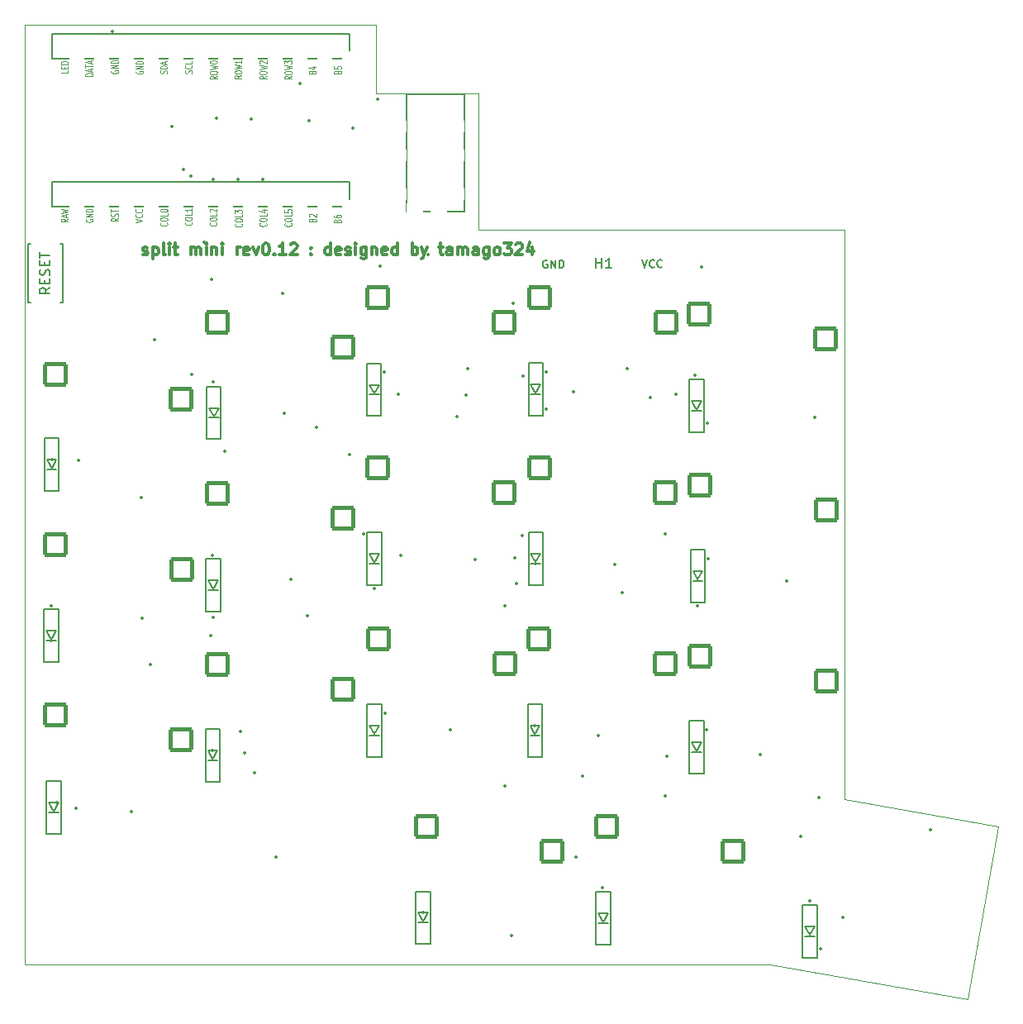
<source format=gbr>
%TF.GenerationSoftware,KiCad,Pcbnew,(6.0.9)*%
%TF.CreationDate,2023-01-03T16:32:55+09:00*%
%TF.ProjectId,split-mini,73706c69-742d-46d6-996e-692e6b696361,rev?*%
%TF.SameCoordinates,Original*%
%TF.FileFunction,Legend,Top*%
%TF.FilePolarity,Positive*%
%FSLAX46Y46*%
G04 Gerber Fmt 4.6, Leading zero omitted, Abs format (unit mm)*
G04 Created by KiCad (PCBNEW (6.0.9)) date 2023-01-03 16:32:55*
%MOMM*%
%LPD*%
G01*
G04 APERTURE LIST*
G04 Aperture macros list*
%AMRoundRect*
0 Rectangle with rounded corners*
0 $1 Rounding radius*
0 $2 $3 $4 $5 $6 $7 $8 $9 X,Y pos of 4 corners*
0 Add a 4 corners polygon primitive as box body*
4,1,4,$2,$3,$4,$5,$6,$7,$8,$9,$2,$3,0*
0 Add four circle primitives for the rounded corners*
1,1,$1+$1,$2,$3*
1,1,$1+$1,$4,$5*
1,1,$1+$1,$6,$7*
1,1,$1+$1,$8,$9*
0 Add four rect primitives between the rounded corners*
20,1,$1+$1,$2,$3,$4,$5,0*
20,1,$1+$1,$4,$5,$6,$7,0*
20,1,$1+$1,$6,$7,$8,$9,0*
20,1,$1+$1,$8,$9,$2,$3,0*%
G04 Aperture macros list end*
%TA.AperFunction,Profile*%
%ADD10C,0.100000*%
%TD*%
%ADD11C,0.300000*%
%ADD12C,0.150000*%
%ADD13C,0.125000*%
%ADD14C,2.000000*%
%ADD15C,1.200000*%
%ADD16O,1.700000X2.500000*%
%ADD17C,1.524000*%
%ADD18C,0.350000*%
%ADD19O,1.000000X1.500000*%
%ADD20R,0.950000X1.300000*%
%ADD21C,1.701800*%
%ADD22C,3.987800*%
%ADD23C,3.000000*%
%ADD24RoundRect,0.200000X-1.075000X-1.050000X1.075000X-1.050000X1.075000X1.050000X-1.075000X1.050000X0*%
%ADD25C,5.000000*%
%ADD26RoundRect,0.200000X-1.240999X-0.847376X0.876338X-1.220720X1.240999X0.847376X-0.876338X1.220720X0*%
G04 APERTURE END LIST*
D10*
X19950000Y-15475000D02*
X19950000Y-111725000D01*
X119667171Y-97563496D02*
X103950000Y-94792135D01*
X66450000Y-22475000D02*
X55950000Y-22475000D01*
X116541504Y-115290036D02*
X119667171Y-97563496D01*
X55950000Y-15475000D02*
X19950000Y-15475000D01*
X55950000Y-15475000D02*
X55950000Y-22475000D01*
X66450000Y-36475000D02*
X103950000Y-36475000D01*
X96323180Y-111725000D02*
X116541504Y-115290036D01*
X103950000Y-94792135D02*
X103950000Y-36475000D01*
X19950000Y-111725000D02*
X96323180Y-111725000D01*
X66450000Y-22475000D02*
X66450000Y-36475000D01*
D11*
X32021428Y-38985714D02*
X32135714Y-39042857D01*
X32364285Y-39042857D01*
X32478571Y-38985714D01*
X32535714Y-38871428D01*
X32535714Y-38814285D01*
X32478571Y-38700000D01*
X32364285Y-38642857D01*
X32192857Y-38642857D01*
X32078571Y-38585714D01*
X32021428Y-38471428D01*
X32021428Y-38414285D01*
X32078571Y-38300000D01*
X32192857Y-38242857D01*
X32364285Y-38242857D01*
X32478571Y-38300000D01*
X33050000Y-38242857D02*
X33050000Y-39442857D01*
X33050000Y-38300000D02*
X33164285Y-38242857D01*
X33392857Y-38242857D01*
X33507142Y-38300000D01*
X33564285Y-38357142D01*
X33621428Y-38471428D01*
X33621428Y-38814285D01*
X33564285Y-38928571D01*
X33507142Y-38985714D01*
X33392857Y-39042857D01*
X33164285Y-39042857D01*
X33050000Y-38985714D01*
X34307142Y-39042857D02*
X34192857Y-38985714D01*
X34135714Y-38871428D01*
X34135714Y-37842857D01*
X34764285Y-39042857D02*
X34764285Y-38242857D01*
X34764285Y-37842857D02*
X34707142Y-37900000D01*
X34764285Y-37957142D01*
X34821428Y-37900000D01*
X34764285Y-37842857D01*
X34764285Y-37957142D01*
X35164285Y-38242857D02*
X35621428Y-38242857D01*
X35335714Y-37842857D02*
X35335714Y-38871428D01*
X35392857Y-38985714D01*
X35507142Y-39042857D01*
X35621428Y-39042857D01*
X36935714Y-39042857D02*
X36935714Y-38242857D01*
X36935714Y-38357142D02*
X36992857Y-38300000D01*
X37107142Y-38242857D01*
X37278571Y-38242857D01*
X37392857Y-38300000D01*
X37450000Y-38414285D01*
X37450000Y-39042857D01*
X37450000Y-38414285D02*
X37507142Y-38300000D01*
X37621428Y-38242857D01*
X37792857Y-38242857D01*
X37907142Y-38300000D01*
X37964285Y-38414285D01*
X37964285Y-39042857D01*
X38535714Y-39042857D02*
X38535714Y-38242857D01*
X38535714Y-37842857D02*
X38478571Y-37900000D01*
X38535714Y-37957142D01*
X38592857Y-37900000D01*
X38535714Y-37842857D01*
X38535714Y-37957142D01*
X39107142Y-38242857D02*
X39107142Y-39042857D01*
X39107142Y-38357142D02*
X39164285Y-38300000D01*
X39278571Y-38242857D01*
X39450000Y-38242857D01*
X39564285Y-38300000D01*
X39621428Y-38414285D01*
X39621428Y-39042857D01*
X40192857Y-39042857D02*
X40192857Y-38242857D01*
X40192857Y-37842857D02*
X40135714Y-37900000D01*
X40192857Y-37957142D01*
X40250000Y-37900000D01*
X40192857Y-37842857D01*
X40192857Y-37957142D01*
X41678571Y-39042857D02*
X41678571Y-38242857D01*
X41678571Y-38471428D02*
X41735714Y-38357142D01*
X41792857Y-38300000D01*
X41907142Y-38242857D01*
X42021428Y-38242857D01*
X42878571Y-38985714D02*
X42764285Y-39042857D01*
X42535714Y-39042857D01*
X42421428Y-38985714D01*
X42364285Y-38871428D01*
X42364285Y-38414285D01*
X42421428Y-38300000D01*
X42535714Y-38242857D01*
X42764285Y-38242857D01*
X42878571Y-38300000D01*
X42935714Y-38414285D01*
X42935714Y-38528571D01*
X42364285Y-38642857D01*
X43335714Y-38242857D02*
X43621428Y-39042857D01*
X43907142Y-38242857D01*
X44592857Y-37842857D02*
X44707142Y-37842857D01*
X44821428Y-37900000D01*
X44878571Y-37957142D01*
X44935714Y-38071428D01*
X44992857Y-38300000D01*
X44992857Y-38585714D01*
X44935714Y-38814285D01*
X44878571Y-38928571D01*
X44821428Y-38985714D01*
X44707142Y-39042857D01*
X44592857Y-39042857D01*
X44478571Y-38985714D01*
X44421428Y-38928571D01*
X44364285Y-38814285D01*
X44307142Y-38585714D01*
X44307142Y-38300000D01*
X44364285Y-38071428D01*
X44421428Y-37957142D01*
X44478571Y-37900000D01*
X44592857Y-37842857D01*
X45507142Y-38928571D02*
X45564285Y-38985714D01*
X45507142Y-39042857D01*
X45450000Y-38985714D01*
X45507142Y-38928571D01*
X45507142Y-39042857D01*
X46707142Y-39042857D02*
X46021428Y-39042857D01*
X46364285Y-39042857D02*
X46364285Y-37842857D01*
X46250000Y-38014285D01*
X46135714Y-38128571D01*
X46021428Y-38185714D01*
X47164285Y-37957142D02*
X47221428Y-37900000D01*
X47335714Y-37842857D01*
X47621428Y-37842857D01*
X47735714Y-37900000D01*
X47792857Y-37957142D01*
X47850000Y-38071428D01*
X47850000Y-38185714D01*
X47792857Y-38357142D01*
X47107142Y-39042857D01*
X47850000Y-39042857D01*
X49278571Y-38928571D02*
X49335714Y-38985714D01*
X49278571Y-39042857D01*
X49221428Y-38985714D01*
X49278571Y-38928571D01*
X49278571Y-39042857D01*
X49278571Y-38300000D02*
X49335714Y-38357142D01*
X49278571Y-38414285D01*
X49221428Y-38357142D01*
X49278571Y-38300000D01*
X49278571Y-38414285D01*
X51278571Y-39042857D02*
X51278571Y-37842857D01*
X51278571Y-38985714D02*
X51164285Y-39042857D01*
X50935714Y-39042857D01*
X50821428Y-38985714D01*
X50764285Y-38928571D01*
X50707142Y-38814285D01*
X50707142Y-38471428D01*
X50764285Y-38357142D01*
X50821428Y-38300000D01*
X50935714Y-38242857D01*
X51164285Y-38242857D01*
X51278571Y-38300000D01*
X52307142Y-38985714D02*
X52192857Y-39042857D01*
X51964285Y-39042857D01*
X51850000Y-38985714D01*
X51792857Y-38871428D01*
X51792857Y-38414285D01*
X51850000Y-38300000D01*
X51964285Y-38242857D01*
X52192857Y-38242857D01*
X52307142Y-38300000D01*
X52364285Y-38414285D01*
X52364285Y-38528571D01*
X51792857Y-38642857D01*
X52821428Y-38985714D02*
X52935714Y-39042857D01*
X53164285Y-39042857D01*
X53278571Y-38985714D01*
X53335714Y-38871428D01*
X53335714Y-38814285D01*
X53278571Y-38700000D01*
X53164285Y-38642857D01*
X52992857Y-38642857D01*
X52878571Y-38585714D01*
X52821428Y-38471428D01*
X52821428Y-38414285D01*
X52878571Y-38300000D01*
X52992857Y-38242857D01*
X53164285Y-38242857D01*
X53278571Y-38300000D01*
X53850000Y-39042857D02*
X53850000Y-38242857D01*
X53850000Y-37842857D02*
X53792857Y-37900000D01*
X53850000Y-37957142D01*
X53907142Y-37900000D01*
X53850000Y-37842857D01*
X53850000Y-37957142D01*
X54935714Y-38242857D02*
X54935714Y-39214285D01*
X54878571Y-39328571D01*
X54821428Y-39385714D01*
X54707142Y-39442857D01*
X54535714Y-39442857D01*
X54421428Y-39385714D01*
X54935714Y-38985714D02*
X54821428Y-39042857D01*
X54592857Y-39042857D01*
X54478571Y-38985714D01*
X54421428Y-38928571D01*
X54364285Y-38814285D01*
X54364285Y-38471428D01*
X54421428Y-38357142D01*
X54478571Y-38300000D01*
X54592857Y-38242857D01*
X54821428Y-38242857D01*
X54935714Y-38300000D01*
X55507142Y-38242857D02*
X55507142Y-39042857D01*
X55507142Y-38357142D02*
X55564285Y-38300000D01*
X55678571Y-38242857D01*
X55850000Y-38242857D01*
X55964285Y-38300000D01*
X56021428Y-38414285D01*
X56021428Y-39042857D01*
X57050000Y-38985714D02*
X56935714Y-39042857D01*
X56707142Y-39042857D01*
X56592857Y-38985714D01*
X56535714Y-38871428D01*
X56535714Y-38414285D01*
X56592857Y-38300000D01*
X56707142Y-38242857D01*
X56935714Y-38242857D01*
X57050000Y-38300000D01*
X57107142Y-38414285D01*
X57107142Y-38528571D01*
X56535714Y-38642857D01*
X58135714Y-39042857D02*
X58135714Y-37842857D01*
X58135714Y-38985714D02*
X58021428Y-39042857D01*
X57792857Y-39042857D01*
X57678571Y-38985714D01*
X57621428Y-38928571D01*
X57564285Y-38814285D01*
X57564285Y-38471428D01*
X57621428Y-38357142D01*
X57678571Y-38300000D01*
X57792857Y-38242857D01*
X58021428Y-38242857D01*
X58135714Y-38300000D01*
X59621428Y-39042857D02*
X59621428Y-37842857D01*
X59621428Y-38300000D02*
X59735714Y-38242857D01*
X59964285Y-38242857D01*
X60078571Y-38300000D01*
X60135714Y-38357142D01*
X60192857Y-38471428D01*
X60192857Y-38814285D01*
X60135714Y-38928571D01*
X60078571Y-38985714D01*
X59964285Y-39042857D01*
X59735714Y-39042857D01*
X59621428Y-38985714D01*
X60592857Y-38242857D02*
X60878571Y-39042857D01*
X61164285Y-38242857D02*
X60878571Y-39042857D01*
X60764285Y-39328571D01*
X60707142Y-39385714D01*
X60592857Y-39442857D01*
X62364285Y-38242857D02*
X62821428Y-38242857D01*
X62535714Y-37842857D02*
X62535714Y-38871428D01*
X62592857Y-38985714D01*
X62707142Y-39042857D01*
X62821428Y-39042857D01*
X63735714Y-39042857D02*
X63735714Y-38414285D01*
X63678571Y-38300000D01*
X63564285Y-38242857D01*
X63335714Y-38242857D01*
X63221428Y-38300000D01*
X63735714Y-38985714D02*
X63621428Y-39042857D01*
X63335714Y-39042857D01*
X63221428Y-38985714D01*
X63164285Y-38871428D01*
X63164285Y-38757142D01*
X63221428Y-38642857D01*
X63335714Y-38585714D01*
X63621428Y-38585714D01*
X63735714Y-38528571D01*
X64307142Y-39042857D02*
X64307142Y-38242857D01*
X64307142Y-38357142D02*
X64364285Y-38300000D01*
X64478571Y-38242857D01*
X64650000Y-38242857D01*
X64764285Y-38300000D01*
X64821428Y-38414285D01*
X64821428Y-39042857D01*
X64821428Y-38414285D02*
X64878571Y-38300000D01*
X64992857Y-38242857D01*
X65164285Y-38242857D01*
X65278571Y-38300000D01*
X65335714Y-38414285D01*
X65335714Y-39042857D01*
X66421428Y-39042857D02*
X66421428Y-38414285D01*
X66364285Y-38300000D01*
X66250000Y-38242857D01*
X66021428Y-38242857D01*
X65907142Y-38300000D01*
X66421428Y-38985714D02*
X66307142Y-39042857D01*
X66021428Y-39042857D01*
X65907142Y-38985714D01*
X65850000Y-38871428D01*
X65850000Y-38757142D01*
X65907142Y-38642857D01*
X66021428Y-38585714D01*
X66307142Y-38585714D01*
X66421428Y-38528571D01*
X67507142Y-38242857D02*
X67507142Y-39214285D01*
X67450000Y-39328571D01*
X67392857Y-39385714D01*
X67278571Y-39442857D01*
X67107142Y-39442857D01*
X66992857Y-39385714D01*
X67507142Y-38985714D02*
X67392857Y-39042857D01*
X67164285Y-39042857D01*
X67050000Y-38985714D01*
X66992857Y-38928571D01*
X66935714Y-38814285D01*
X66935714Y-38471428D01*
X66992857Y-38357142D01*
X67050000Y-38300000D01*
X67164285Y-38242857D01*
X67392857Y-38242857D01*
X67507142Y-38300000D01*
X68250000Y-39042857D02*
X68135714Y-38985714D01*
X68078571Y-38928571D01*
X68021428Y-38814285D01*
X68021428Y-38471428D01*
X68078571Y-38357142D01*
X68135714Y-38300000D01*
X68250000Y-38242857D01*
X68421428Y-38242857D01*
X68535714Y-38300000D01*
X68592857Y-38357142D01*
X68650000Y-38471428D01*
X68650000Y-38814285D01*
X68592857Y-38928571D01*
X68535714Y-38985714D01*
X68421428Y-39042857D01*
X68250000Y-39042857D01*
X69050000Y-37842857D02*
X69792857Y-37842857D01*
X69392857Y-38300000D01*
X69564285Y-38300000D01*
X69678571Y-38357142D01*
X69735714Y-38414285D01*
X69792857Y-38528571D01*
X69792857Y-38814285D01*
X69735714Y-38928571D01*
X69678571Y-38985714D01*
X69564285Y-39042857D01*
X69221428Y-39042857D01*
X69107142Y-38985714D01*
X69050000Y-38928571D01*
X70250000Y-37957142D02*
X70307142Y-37900000D01*
X70421428Y-37842857D01*
X70707142Y-37842857D01*
X70821428Y-37900000D01*
X70878571Y-37957142D01*
X70935714Y-38071428D01*
X70935714Y-38185714D01*
X70878571Y-38357142D01*
X70192857Y-39042857D01*
X70935714Y-39042857D01*
X71964285Y-38242857D02*
X71964285Y-39042857D01*
X71678571Y-37785714D02*
X71392857Y-38642857D01*
X72135714Y-38642857D01*
D12*
%TO.C,H1*%
X78488095Y-40377380D02*
X78488095Y-39377380D01*
X78488095Y-39853571D02*
X79059523Y-39853571D01*
X79059523Y-40377380D02*
X79059523Y-39377380D01*
X80059523Y-40377380D02*
X79488095Y-40377380D01*
X79773809Y-40377380D02*
X79773809Y-39377380D01*
X79678571Y-39520238D01*
X79583333Y-39615476D01*
X79488095Y-39663095D01*
X83183333Y-39536904D02*
X83450000Y-40336904D01*
X83716666Y-39536904D01*
X84440476Y-40260714D02*
X84402380Y-40298809D01*
X84288095Y-40336904D01*
X84211904Y-40336904D01*
X84097619Y-40298809D01*
X84021428Y-40222619D01*
X83983333Y-40146428D01*
X83945238Y-39994047D01*
X83945238Y-39879761D01*
X83983333Y-39727380D01*
X84021428Y-39651190D01*
X84097619Y-39575000D01*
X84211904Y-39536904D01*
X84288095Y-39536904D01*
X84402380Y-39575000D01*
X84440476Y-39613095D01*
X85240476Y-40260714D02*
X85202380Y-40298809D01*
X85088095Y-40336904D01*
X85011904Y-40336904D01*
X84897619Y-40298809D01*
X84821428Y-40222619D01*
X84783333Y-40146428D01*
X84745238Y-39994047D01*
X84745238Y-39879761D01*
X84783333Y-39727380D01*
X84821428Y-39651190D01*
X84897619Y-39575000D01*
X85011904Y-39536904D01*
X85088095Y-39536904D01*
X85202380Y-39575000D01*
X85240476Y-39613095D01*
X73490476Y-39625000D02*
X73414285Y-39586904D01*
X73300000Y-39586904D01*
X73185714Y-39625000D01*
X73109523Y-39701190D01*
X73071428Y-39777380D01*
X73033333Y-39929761D01*
X73033333Y-40044047D01*
X73071428Y-40196428D01*
X73109523Y-40272619D01*
X73185714Y-40348809D01*
X73300000Y-40386904D01*
X73376190Y-40386904D01*
X73490476Y-40348809D01*
X73528571Y-40310714D01*
X73528571Y-40044047D01*
X73376190Y-40044047D01*
X73871428Y-40386904D02*
X73871428Y-39586904D01*
X74328571Y-40386904D01*
X74328571Y-39586904D01*
X74709523Y-40386904D02*
X74709523Y-39586904D01*
X74900000Y-39586904D01*
X75014285Y-39625000D01*
X75090476Y-39701190D01*
X75128571Y-39777380D01*
X75166666Y-39929761D01*
X75166666Y-40044047D01*
X75128571Y-40196428D01*
X75090476Y-40272619D01*
X75014285Y-40348809D01*
X74900000Y-40386904D01*
X74709523Y-40386904D01*
%TO.C,SW19*%
X22502380Y-42402380D02*
X22026190Y-42735714D01*
X22502380Y-42973809D02*
X21502380Y-42973809D01*
X21502380Y-42592857D01*
X21550000Y-42497619D01*
X21597619Y-42450000D01*
X21692857Y-42402380D01*
X21835714Y-42402380D01*
X21930952Y-42450000D01*
X21978571Y-42497619D01*
X22026190Y-42592857D01*
X22026190Y-42973809D01*
X21978571Y-41973809D02*
X21978571Y-41640476D01*
X22502380Y-41497619D02*
X22502380Y-41973809D01*
X21502380Y-41973809D01*
X21502380Y-41497619D01*
X22454761Y-41116666D02*
X22502380Y-40973809D01*
X22502380Y-40735714D01*
X22454761Y-40640476D01*
X22407142Y-40592857D01*
X22311904Y-40545238D01*
X22216666Y-40545238D01*
X22121428Y-40592857D01*
X22073809Y-40640476D01*
X22026190Y-40735714D01*
X21978571Y-40926190D01*
X21930952Y-41021428D01*
X21883333Y-41069047D01*
X21788095Y-41116666D01*
X21692857Y-41116666D01*
X21597619Y-41069047D01*
X21550000Y-41021428D01*
X21502380Y-40926190D01*
X21502380Y-40688095D01*
X21550000Y-40545238D01*
X21978571Y-40116666D02*
X21978571Y-39783333D01*
X22502380Y-39640476D02*
X22502380Y-40116666D01*
X21502380Y-40116666D01*
X21502380Y-39640476D01*
X21502380Y-39354761D02*
X21502380Y-38783333D01*
X22502380Y-39069047D02*
X21502380Y-39069047D01*
D13*
%TO.C,U1*%
X47238357Y-35797619D02*
X47274071Y-35821428D01*
X47309785Y-35892857D01*
X47309785Y-35940476D01*
X47274071Y-36011904D01*
X47202642Y-36059523D01*
X47131214Y-36083333D01*
X46988357Y-36107142D01*
X46881214Y-36107142D01*
X46738357Y-36083333D01*
X46666928Y-36059523D01*
X46595500Y-36011904D01*
X46559785Y-35940476D01*
X46559785Y-35892857D01*
X46595500Y-35821428D01*
X46631214Y-35797619D01*
X46559785Y-35488095D02*
X46559785Y-35392857D01*
X46595500Y-35345238D01*
X46666928Y-35297619D01*
X46809785Y-35273809D01*
X47059785Y-35273809D01*
X47202642Y-35297619D01*
X47274071Y-35345238D01*
X47309785Y-35392857D01*
X47309785Y-35488095D01*
X47274071Y-35535714D01*
X47202642Y-35583333D01*
X47059785Y-35607142D01*
X46809785Y-35607142D01*
X46666928Y-35583333D01*
X46595500Y-35535714D01*
X46559785Y-35488095D01*
X47309785Y-34821428D02*
X47309785Y-35059523D01*
X46559785Y-35059523D01*
X46559785Y-34416666D02*
X46559785Y-34654761D01*
X46916928Y-34678571D01*
X46881214Y-34654761D01*
X46845500Y-34607142D01*
X46845500Y-34488095D01*
X46881214Y-34440476D01*
X46916928Y-34416666D01*
X46988357Y-34392857D01*
X47166928Y-34392857D01*
X47238357Y-34416666D01*
X47274071Y-34440476D01*
X47309785Y-34488095D01*
X47309785Y-34607142D01*
X47274071Y-34654761D01*
X47238357Y-34678571D01*
X42142857Y-35847619D02*
X42178571Y-35871428D01*
X42214285Y-35942857D01*
X42214285Y-35990476D01*
X42178571Y-36061904D01*
X42107142Y-36109523D01*
X42035714Y-36133333D01*
X41892857Y-36157142D01*
X41785714Y-36157142D01*
X41642857Y-36133333D01*
X41571428Y-36109523D01*
X41500000Y-36061904D01*
X41464285Y-35990476D01*
X41464285Y-35942857D01*
X41500000Y-35871428D01*
X41535714Y-35847619D01*
X41464285Y-35538095D02*
X41464285Y-35442857D01*
X41500000Y-35395238D01*
X41571428Y-35347619D01*
X41714285Y-35323809D01*
X41964285Y-35323809D01*
X42107142Y-35347619D01*
X42178571Y-35395238D01*
X42214285Y-35442857D01*
X42214285Y-35538095D01*
X42178571Y-35585714D01*
X42107142Y-35633333D01*
X41964285Y-35657142D01*
X41714285Y-35657142D01*
X41571428Y-35633333D01*
X41500000Y-35585714D01*
X41464285Y-35538095D01*
X42214285Y-34871428D02*
X42214285Y-35109523D01*
X41464285Y-35109523D01*
X41464285Y-34752380D02*
X41464285Y-34442857D01*
X41750000Y-34609523D01*
X41750000Y-34538095D01*
X41785714Y-34490476D01*
X41821428Y-34466666D01*
X41892857Y-34442857D01*
X42071428Y-34442857D01*
X42142857Y-34466666D01*
X42178571Y-34490476D01*
X42214285Y-34538095D01*
X42214285Y-34680952D01*
X42178571Y-34728571D01*
X42142857Y-34752380D01*
X29529785Y-35289309D02*
X29172642Y-35455976D01*
X29529785Y-35575023D02*
X28779785Y-35575023D01*
X28779785Y-35384547D01*
X28815500Y-35336928D01*
X28851214Y-35313119D01*
X28922642Y-35289309D01*
X29029785Y-35289309D01*
X29101214Y-35313119D01*
X29136928Y-35336928D01*
X29172642Y-35384547D01*
X29172642Y-35575023D01*
X29494071Y-35098833D02*
X29529785Y-35027404D01*
X29529785Y-34908357D01*
X29494071Y-34860738D01*
X29458357Y-34836928D01*
X29386928Y-34813119D01*
X29315500Y-34813119D01*
X29244071Y-34836928D01*
X29208357Y-34860738D01*
X29172642Y-34908357D01*
X29136928Y-35003595D01*
X29101214Y-35051214D01*
X29065500Y-35075023D01*
X28994071Y-35098833D01*
X28922642Y-35098833D01*
X28851214Y-35075023D01*
X28815500Y-35051214D01*
X28779785Y-35003595D01*
X28779785Y-34884547D01*
X28815500Y-34813119D01*
X28779785Y-34670261D02*
X28779785Y-34384547D01*
X29529785Y-34527404D02*
X28779785Y-34527404D01*
X51996928Y-20302380D02*
X52032642Y-20230952D01*
X52068357Y-20207142D01*
X52139785Y-20183333D01*
X52246928Y-20183333D01*
X52318357Y-20207142D01*
X52354071Y-20230952D01*
X52389785Y-20278571D01*
X52389785Y-20469047D01*
X51639785Y-20469047D01*
X51639785Y-20302380D01*
X51675500Y-20254761D01*
X51711214Y-20230952D01*
X51782642Y-20207142D01*
X51854071Y-20207142D01*
X51925500Y-20230952D01*
X51961214Y-20254761D01*
X51996928Y-20302380D01*
X51996928Y-20469047D01*
X51639785Y-19730952D02*
X51639785Y-19969047D01*
X51996928Y-19992857D01*
X51961214Y-19969047D01*
X51925500Y-19921428D01*
X51925500Y-19802380D01*
X51961214Y-19754761D01*
X51996928Y-19730952D01*
X52068357Y-19707142D01*
X52246928Y-19707142D01*
X52318357Y-19730952D01*
X52354071Y-19754761D01*
X52389785Y-19802380D01*
X52389785Y-19921428D01*
X52354071Y-19969047D01*
X52318357Y-19992857D01*
X24386285Y-20121428D02*
X24386285Y-20359523D01*
X23636285Y-20359523D01*
X23993428Y-19954761D02*
X23993428Y-19788095D01*
X24386285Y-19716666D02*
X24386285Y-19954761D01*
X23636285Y-19954761D01*
X23636285Y-19716666D01*
X24386285Y-19502380D02*
X23636285Y-19502380D01*
X23636285Y-19383333D01*
X23672000Y-19311904D01*
X23743428Y-19264285D01*
X23814857Y-19240476D01*
X23957714Y-19216666D01*
X24064857Y-19216666D01*
X24207714Y-19240476D01*
X24279142Y-19264285D01*
X24350571Y-19311904D01*
X24386285Y-19383333D01*
X24386285Y-19502380D01*
X39554857Y-35747619D02*
X39590571Y-35771428D01*
X39626285Y-35842857D01*
X39626285Y-35890476D01*
X39590571Y-35961904D01*
X39519142Y-36009523D01*
X39447714Y-36033333D01*
X39304857Y-36057142D01*
X39197714Y-36057142D01*
X39054857Y-36033333D01*
X38983428Y-36009523D01*
X38912000Y-35961904D01*
X38876285Y-35890476D01*
X38876285Y-35842857D01*
X38912000Y-35771428D01*
X38947714Y-35747619D01*
X38876285Y-35438095D02*
X38876285Y-35342857D01*
X38912000Y-35295238D01*
X38983428Y-35247619D01*
X39126285Y-35223809D01*
X39376285Y-35223809D01*
X39519142Y-35247619D01*
X39590571Y-35295238D01*
X39626285Y-35342857D01*
X39626285Y-35438095D01*
X39590571Y-35485714D01*
X39519142Y-35533333D01*
X39376285Y-35557142D01*
X39126285Y-35557142D01*
X38983428Y-35533333D01*
X38912000Y-35485714D01*
X38876285Y-35438095D01*
X39626285Y-34771428D02*
X39626285Y-35009523D01*
X38876285Y-35009523D01*
X38947714Y-34628571D02*
X38912000Y-34604761D01*
X38876285Y-34557142D01*
X38876285Y-34438095D01*
X38912000Y-34390476D01*
X38947714Y-34366666D01*
X39019142Y-34342857D01*
X39090571Y-34342857D01*
X39197714Y-34366666D01*
X39626285Y-34652380D01*
X39626285Y-34342857D01*
X44714285Y-20730952D02*
X44357142Y-20897619D01*
X44714285Y-21016666D02*
X43964285Y-21016666D01*
X43964285Y-20826190D01*
X44000000Y-20778571D01*
X44035714Y-20754761D01*
X44107142Y-20730952D01*
X44214285Y-20730952D01*
X44285714Y-20754761D01*
X44321428Y-20778571D01*
X44357142Y-20826190D01*
X44357142Y-21016666D01*
X43964285Y-20421428D02*
X43964285Y-20326190D01*
X44000000Y-20278571D01*
X44071428Y-20230952D01*
X44214285Y-20207142D01*
X44464285Y-20207142D01*
X44607142Y-20230952D01*
X44678571Y-20278571D01*
X44714285Y-20326190D01*
X44714285Y-20421428D01*
X44678571Y-20469047D01*
X44607142Y-20516666D01*
X44464285Y-20540476D01*
X44214285Y-20540476D01*
X44071428Y-20516666D01*
X44000000Y-20469047D01*
X43964285Y-20421428D01*
X43964285Y-20040476D02*
X44714285Y-19921428D01*
X44178571Y-19826190D01*
X44714285Y-19730952D01*
X43964285Y-19611904D01*
X44035714Y-19445238D02*
X44000000Y-19421428D01*
X43964285Y-19373809D01*
X43964285Y-19254761D01*
X44000000Y-19207142D01*
X44035714Y-19183333D01*
X44107142Y-19159523D01*
X44178571Y-19159523D01*
X44285714Y-19183333D01*
X44714285Y-19469047D01*
X44714285Y-19159523D01*
X39664285Y-20730952D02*
X39307142Y-20897619D01*
X39664285Y-21016666D02*
X38914285Y-21016666D01*
X38914285Y-20826190D01*
X38950000Y-20778571D01*
X38985714Y-20754761D01*
X39057142Y-20730952D01*
X39164285Y-20730952D01*
X39235714Y-20754761D01*
X39271428Y-20778571D01*
X39307142Y-20826190D01*
X39307142Y-21016666D01*
X38914285Y-20421428D02*
X38914285Y-20326190D01*
X38950000Y-20278571D01*
X39021428Y-20230952D01*
X39164285Y-20207142D01*
X39414285Y-20207142D01*
X39557142Y-20230952D01*
X39628571Y-20278571D01*
X39664285Y-20326190D01*
X39664285Y-20421428D01*
X39628571Y-20469047D01*
X39557142Y-20516666D01*
X39414285Y-20540476D01*
X39164285Y-20540476D01*
X39021428Y-20516666D01*
X38950000Y-20469047D01*
X38914285Y-20421428D01*
X38914285Y-20040476D02*
X39664285Y-19921428D01*
X39128571Y-19826190D01*
X39664285Y-19730952D01*
X38914285Y-19611904D01*
X38914285Y-19326190D02*
X38914285Y-19278571D01*
X38950000Y-19230952D01*
X38985714Y-19207142D01*
X39057142Y-19183333D01*
X39200000Y-19159523D01*
X39378571Y-19159523D01*
X39521428Y-19183333D01*
X39592857Y-19207142D01*
X39628571Y-19230952D01*
X39664285Y-19278571D01*
X39664285Y-19326190D01*
X39628571Y-19373809D01*
X39592857Y-19397619D01*
X39521428Y-19421428D01*
X39378571Y-19445238D01*
X39200000Y-19445238D01*
X39057142Y-19421428D01*
X38985714Y-19397619D01*
X38950000Y-19373809D01*
X38914285Y-19326190D01*
X37050571Y-20434238D02*
X37086285Y-20362809D01*
X37086285Y-20243761D01*
X37050571Y-20196142D01*
X37014857Y-20172333D01*
X36943428Y-20148523D01*
X36872000Y-20148523D01*
X36800571Y-20172333D01*
X36764857Y-20196142D01*
X36729142Y-20243761D01*
X36693428Y-20339000D01*
X36657714Y-20386619D01*
X36622000Y-20410428D01*
X36550571Y-20434238D01*
X36479142Y-20434238D01*
X36407714Y-20410428D01*
X36372000Y-20386619D01*
X36336285Y-20339000D01*
X36336285Y-20219952D01*
X36372000Y-20148523D01*
X37014857Y-19648523D02*
X37050571Y-19672333D01*
X37086285Y-19743761D01*
X37086285Y-19791380D01*
X37050571Y-19862809D01*
X36979142Y-19910428D01*
X36907714Y-19934238D01*
X36764857Y-19958047D01*
X36657714Y-19958047D01*
X36514857Y-19934238D01*
X36443428Y-19910428D01*
X36372000Y-19862809D01*
X36336285Y-19791380D01*
X36336285Y-19743761D01*
X36372000Y-19672333D01*
X36407714Y-19648523D01*
X37086285Y-19196142D02*
X37086285Y-19434238D01*
X36336285Y-19434238D01*
X37014857Y-35697619D02*
X37050571Y-35721428D01*
X37086285Y-35792857D01*
X37086285Y-35840476D01*
X37050571Y-35911904D01*
X36979142Y-35959523D01*
X36907714Y-35983333D01*
X36764857Y-36007142D01*
X36657714Y-36007142D01*
X36514857Y-35983333D01*
X36443428Y-35959523D01*
X36372000Y-35911904D01*
X36336285Y-35840476D01*
X36336285Y-35792857D01*
X36372000Y-35721428D01*
X36407714Y-35697619D01*
X36336285Y-35388095D02*
X36336285Y-35292857D01*
X36372000Y-35245238D01*
X36443428Y-35197619D01*
X36586285Y-35173809D01*
X36836285Y-35173809D01*
X36979142Y-35197619D01*
X37050571Y-35245238D01*
X37086285Y-35292857D01*
X37086285Y-35388095D01*
X37050571Y-35435714D01*
X36979142Y-35483333D01*
X36836285Y-35507142D01*
X36586285Y-35507142D01*
X36443428Y-35483333D01*
X36372000Y-35435714D01*
X36336285Y-35388095D01*
X37086285Y-34721428D02*
X37086285Y-34959523D01*
X36336285Y-34959523D01*
X37086285Y-34292857D02*
X37086285Y-34578571D01*
X37086285Y-34435714D02*
X36336285Y-34435714D01*
X36443428Y-34483333D01*
X36514857Y-34530952D01*
X36550571Y-34578571D01*
X42166285Y-20680952D02*
X41809142Y-20847619D01*
X42166285Y-20966666D02*
X41416285Y-20966666D01*
X41416285Y-20776190D01*
X41452000Y-20728571D01*
X41487714Y-20704761D01*
X41559142Y-20680952D01*
X41666285Y-20680952D01*
X41737714Y-20704761D01*
X41773428Y-20728571D01*
X41809142Y-20776190D01*
X41809142Y-20966666D01*
X41416285Y-20371428D02*
X41416285Y-20276190D01*
X41452000Y-20228571D01*
X41523428Y-20180952D01*
X41666285Y-20157142D01*
X41916285Y-20157142D01*
X42059142Y-20180952D01*
X42130571Y-20228571D01*
X42166285Y-20276190D01*
X42166285Y-20371428D01*
X42130571Y-20419047D01*
X42059142Y-20466666D01*
X41916285Y-20490476D01*
X41666285Y-20490476D01*
X41523428Y-20466666D01*
X41452000Y-20419047D01*
X41416285Y-20371428D01*
X41416285Y-19990476D02*
X42166285Y-19871428D01*
X41630571Y-19776190D01*
X42166285Y-19680952D01*
X41416285Y-19561904D01*
X42166285Y-19109523D02*
X42166285Y-19395238D01*
X42166285Y-19252380D02*
X41416285Y-19252380D01*
X41523428Y-19300000D01*
X41594857Y-19347619D01*
X41630571Y-19395238D01*
X31355500Y-20219952D02*
X31319785Y-20267571D01*
X31319785Y-20339000D01*
X31355500Y-20410428D01*
X31426928Y-20458047D01*
X31498357Y-20481857D01*
X31641214Y-20505666D01*
X31748357Y-20505666D01*
X31891214Y-20481857D01*
X31962642Y-20458047D01*
X32034071Y-20410428D01*
X32069785Y-20339000D01*
X32069785Y-20291380D01*
X32034071Y-20219952D01*
X31998357Y-20196142D01*
X31748357Y-20196142D01*
X31748357Y-20291380D01*
X32069785Y-19981857D02*
X31319785Y-19981857D01*
X32069785Y-19696142D01*
X31319785Y-19696142D01*
X32069785Y-19458047D02*
X31319785Y-19458047D01*
X31319785Y-19339000D01*
X31355500Y-19267571D01*
X31426928Y-19219952D01*
X31498357Y-19196142D01*
X31641214Y-19172333D01*
X31748357Y-19172333D01*
X31891214Y-19196142D01*
X31962642Y-19219952D01*
X32034071Y-19267571D01*
X32069785Y-19339000D01*
X32069785Y-19458047D01*
X34510571Y-20446142D02*
X34546285Y-20374714D01*
X34546285Y-20255666D01*
X34510571Y-20208047D01*
X34474857Y-20184238D01*
X34403428Y-20160428D01*
X34332000Y-20160428D01*
X34260571Y-20184238D01*
X34224857Y-20208047D01*
X34189142Y-20255666D01*
X34153428Y-20350904D01*
X34117714Y-20398523D01*
X34082000Y-20422333D01*
X34010571Y-20446142D01*
X33939142Y-20446142D01*
X33867714Y-20422333D01*
X33832000Y-20398523D01*
X33796285Y-20350904D01*
X33796285Y-20231857D01*
X33832000Y-20160428D01*
X34546285Y-19946142D02*
X33796285Y-19946142D01*
X33796285Y-19827095D01*
X33832000Y-19755666D01*
X33903428Y-19708047D01*
X33974857Y-19684238D01*
X34117714Y-19660428D01*
X34224857Y-19660428D01*
X34367714Y-19684238D01*
X34439142Y-19708047D01*
X34510571Y-19755666D01*
X34546285Y-19827095D01*
X34546285Y-19946142D01*
X34332000Y-19469952D02*
X34332000Y-19231857D01*
X34546285Y-19517571D02*
X33796285Y-19350904D01*
X34546285Y-19184238D01*
X26212000Y-35396452D02*
X26176285Y-35444071D01*
X26176285Y-35515500D01*
X26212000Y-35586928D01*
X26283428Y-35634547D01*
X26354857Y-35658357D01*
X26497714Y-35682166D01*
X26604857Y-35682166D01*
X26747714Y-35658357D01*
X26819142Y-35634547D01*
X26890571Y-35586928D01*
X26926285Y-35515500D01*
X26926285Y-35467880D01*
X26890571Y-35396452D01*
X26854857Y-35372642D01*
X26604857Y-35372642D01*
X26604857Y-35467880D01*
X26926285Y-35158357D02*
X26176285Y-35158357D01*
X26926285Y-34872642D01*
X26176285Y-34872642D01*
X26926285Y-34634547D02*
X26176285Y-34634547D01*
X26176285Y-34515500D01*
X26212000Y-34444071D01*
X26283428Y-34396452D01*
X26354857Y-34372642D01*
X26497714Y-34348833D01*
X26604857Y-34348833D01*
X26747714Y-34372642D01*
X26819142Y-34396452D01*
X26890571Y-34444071D01*
X26926285Y-34515500D01*
X26926285Y-34634547D01*
X34492857Y-35747619D02*
X34528571Y-35771428D01*
X34564285Y-35842857D01*
X34564285Y-35890476D01*
X34528571Y-35961904D01*
X34457142Y-36009523D01*
X34385714Y-36033333D01*
X34242857Y-36057142D01*
X34135714Y-36057142D01*
X33992857Y-36033333D01*
X33921428Y-36009523D01*
X33850000Y-35961904D01*
X33814285Y-35890476D01*
X33814285Y-35842857D01*
X33850000Y-35771428D01*
X33885714Y-35747619D01*
X33814285Y-35438095D02*
X33814285Y-35342857D01*
X33850000Y-35295238D01*
X33921428Y-35247619D01*
X34064285Y-35223809D01*
X34314285Y-35223809D01*
X34457142Y-35247619D01*
X34528571Y-35295238D01*
X34564285Y-35342857D01*
X34564285Y-35438095D01*
X34528571Y-35485714D01*
X34457142Y-35533333D01*
X34314285Y-35557142D01*
X34064285Y-35557142D01*
X33921428Y-35533333D01*
X33850000Y-35485714D01*
X33814285Y-35438095D01*
X34564285Y-34771428D02*
X34564285Y-35009523D01*
X33814285Y-35009523D01*
X33814285Y-34509523D02*
X33814285Y-34461904D01*
X33850000Y-34414285D01*
X33885714Y-34390476D01*
X33957142Y-34366666D01*
X34100000Y-34342857D01*
X34278571Y-34342857D01*
X34421428Y-34366666D01*
X34492857Y-34390476D01*
X34528571Y-34414285D01*
X34564285Y-34461904D01*
X34564285Y-34509523D01*
X34528571Y-34557142D01*
X34492857Y-34580952D01*
X34421428Y-34604761D01*
X34278571Y-34628571D01*
X34100000Y-34628571D01*
X33957142Y-34604761D01*
X33885714Y-34580952D01*
X33850000Y-34557142D01*
X33814285Y-34509523D01*
X49421428Y-35452380D02*
X49457142Y-35380952D01*
X49492857Y-35357142D01*
X49564285Y-35333333D01*
X49671428Y-35333333D01*
X49742857Y-35357142D01*
X49778571Y-35380952D01*
X49814285Y-35428571D01*
X49814285Y-35619047D01*
X49064285Y-35619047D01*
X49064285Y-35452380D01*
X49100000Y-35404761D01*
X49135714Y-35380952D01*
X49207142Y-35357142D01*
X49278571Y-35357142D01*
X49350000Y-35380952D01*
X49385714Y-35404761D01*
X49421428Y-35452380D01*
X49421428Y-35619047D01*
X49135714Y-35142857D02*
X49100000Y-35119047D01*
X49064285Y-35071428D01*
X49064285Y-34952380D01*
X49100000Y-34904761D01*
X49135714Y-34880952D01*
X49207142Y-34857142D01*
X49278571Y-34857142D01*
X49385714Y-34880952D01*
X49814285Y-35166666D01*
X49814285Y-34857142D01*
X44642857Y-35797619D02*
X44678571Y-35821428D01*
X44714285Y-35892857D01*
X44714285Y-35940476D01*
X44678571Y-36011904D01*
X44607142Y-36059523D01*
X44535714Y-36083333D01*
X44392857Y-36107142D01*
X44285714Y-36107142D01*
X44142857Y-36083333D01*
X44071428Y-36059523D01*
X44000000Y-36011904D01*
X43964285Y-35940476D01*
X43964285Y-35892857D01*
X44000000Y-35821428D01*
X44035714Y-35797619D01*
X43964285Y-35488095D02*
X43964285Y-35392857D01*
X44000000Y-35345238D01*
X44071428Y-35297619D01*
X44214285Y-35273809D01*
X44464285Y-35273809D01*
X44607142Y-35297619D01*
X44678571Y-35345238D01*
X44714285Y-35392857D01*
X44714285Y-35488095D01*
X44678571Y-35535714D01*
X44607142Y-35583333D01*
X44464285Y-35607142D01*
X44214285Y-35607142D01*
X44071428Y-35583333D01*
X44000000Y-35535714D01*
X43964285Y-35488095D01*
X44714285Y-34821428D02*
X44714285Y-35059523D01*
X43964285Y-35059523D01*
X44214285Y-34440476D02*
X44714285Y-34440476D01*
X43928571Y-34559523D02*
X44464285Y-34678571D01*
X44464285Y-34369047D01*
X24386285Y-35360738D02*
X24029142Y-35527404D01*
X24386285Y-35646452D02*
X23636285Y-35646452D01*
X23636285Y-35455976D01*
X23672000Y-35408357D01*
X23707714Y-35384547D01*
X23779142Y-35360738D01*
X23886285Y-35360738D01*
X23957714Y-35384547D01*
X23993428Y-35408357D01*
X24029142Y-35455976D01*
X24029142Y-35646452D01*
X24172000Y-35170261D02*
X24172000Y-34932166D01*
X24386285Y-35217880D02*
X23636285Y-35051214D01*
X24386285Y-34884547D01*
X23636285Y-34765500D02*
X24386285Y-34646452D01*
X23850571Y-34551214D01*
X24386285Y-34455976D01*
X23636285Y-34336928D01*
X51971428Y-35552380D02*
X52007142Y-35480952D01*
X52042857Y-35457142D01*
X52114285Y-35433333D01*
X52221428Y-35433333D01*
X52292857Y-35457142D01*
X52328571Y-35480952D01*
X52364285Y-35528571D01*
X52364285Y-35719047D01*
X51614285Y-35719047D01*
X51614285Y-35552380D01*
X51650000Y-35504761D01*
X51685714Y-35480952D01*
X51757142Y-35457142D01*
X51828571Y-35457142D01*
X51900000Y-35480952D01*
X51935714Y-35504761D01*
X51971428Y-35552380D01*
X51971428Y-35719047D01*
X51614285Y-35004761D02*
X51614285Y-35100000D01*
X51650000Y-35147619D01*
X51685714Y-35171428D01*
X51792857Y-35219047D01*
X51935714Y-35242857D01*
X52221428Y-35242857D01*
X52292857Y-35219047D01*
X52328571Y-35195238D01*
X52364285Y-35147619D01*
X52364285Y-35052380D01*
X52328571Y-35004761D01*
X52292857Y-34980952D01*
X52221428Y-34957142D01*
X52042857Y-34957142D01*
X51971428Y-34980952D01*
X51935714Y-35004761D01*
X51900000Y-35052380D01*
X51900000Y-35147619D01*
X51935714Y-35195238D01*
X51971428Y-35219047D01*
X52042857Y-35242857D01*
X31256285Y-35682166D02*
X32006285Y-35515500D01*
X31256285Y-35348833D01*
X31934857Y-34896452D02*
X31970571Y-34920261D01*
X32006285Y-34991690D01*
X32006285Y-35039309D01*
X31970571Y-35110738D01*
X31899142Y-35158357D01*
X31827714Y-35182166D01*
X31684857Y-35205976D01*
X31577714Y-35205976D01*
X31434857Y-35182166D01*
X31363428Y-35158357D01*
X31292000Y-35110738D01*
X31256285Y-35039309D01*
X31256285Y-34991690D01*
X31292000Y-34920261D01*
X31327714Y-34896452D01*
X31934857Y-34396452D02*
X31970571Y-34420261D01*
X32006285Y-34491690D01*
X32006285Y-34539309D01*
X31970571Y-34610738D01*
X31899142Y-34658357D01*
X31827714Y-34682166D01*
X31684857Y-34705976D01*
X31577714Y-34705976D01*
X31434857Y-34682166D01*
X31363428Y-34658357D01*
X31292000Y-34610738D01*
X31256285Y-34539309D01*
X31256285Y-34491690D01*
X31292000Y-34420261D01*
X31327714Y-34396452D01*
X49393428Y-20302380D02*
X49429142Y-20230952D01*
X49464857Y-20207142D01*
X49536285Y-20183333D01*
X49643428Y-20183333D01*
X49714857Y-20207142D01*
X49750571Y-20230952D01*
X49786285Y-20278571D01*
X49786285Y-20469047D01*
X49036285Y-20469047D01*
X49036285Y-20302380D01*
X49072000Y-20254761D01*
X49107714Y-20230952D01*
X49179142Y-20207142D01*
X49250571Y-20207142D01*
X49322000Y-20230952D01*
X49357714Y-20254761D01*
X49393428Y-20302380D01*
X49393428Y-20469047D01*
X49286285Y-19754761D02*
X49786285Y-19754761D01*
X49000571Y-19873809D02*
X49536285Y-19992857D01*
X49536285Y-19683333D01*
X26914285Y-20700000D02*
X26164285Y-20700000D01*
X26164285Y-20580952D01*
X26200000Y-20509523D01*
X26271428Y-20461904D01*
X26342857Y-20438095D01*
X26485714Y-20414285D01*
X26592857Y-20414285D01*
X26735714Y-20438095D01*
X26807142Y-20461904D01*
X26878571Y-20509523D01*
X26914285Y-20580952D01*
X26914285Y-20700000D01*
X26700000Y-20223809D02*
X26700000Y-19985714D01*
X26914285Y-20271428D02*
X26164285Y-20104761D01*
X26914285Y-19938095D01*
X26164285Y-19842857D02*
X26164285Y-19557142D01*
X26914285Y-19700000D02*
X26164285Y-19700000D01*
X26700000Y-19414285D02*
X26700000Y-19176190D01*
X26914285Y-19461904D02*
X26164285Y-19295238D01*
X26914285Y-19128571D01*
X28815500Y-20156452D02*
X28779785Y-20204071D01*
X28779785Y-20275500D01*
X28815500Y-20346928D01*
X28886928Y-20394547D01*
X28958357Y-20418357D01*
X29101214Y-20442166D01*
X29208357Y-20442166D01*
X29351214Y-20418357D01*
X29422642Y-20394547D01*
X29494071Y-20346928D01*
X29529785Y-20275500D01*
X29529785Y-20227880D01*
X29494071Y-20156452D01*
X29458357Y-20132642D01*
X29208357Y-20132642D01*
X29208357Y-20227880D01*
X29529785Y-19918357D02*
X28779785Y-19918357D01*
X29529785Y-19632642D01*
X28779785Y-19632642D01*
X29529785Y-19394547D02*
X28779785Y-19394547D01*
X28779785Y-19275500D01*
X28815500Y-19204071D01*
X28886928Y-19156452D01*
X28958357Y-19132642D01*
X29101214Y-19108833D01*
X29208357Y-19108833D01*
X29351214Y-19132642D01*
X29422642Y-19156452D01*
X29494071Y-19204071D01*
X29529785Y-19275500D01*
X29529785Y-19394547D01*
D12*
D13*
X47309785Y-20730952D02*
X46952642Y-20897619D01*
X47309785Y-21016666D02*
X46559785Y-21016666D01*
X46559785Y-20826190D01*
X46595500Y-20778571D01*
X46631214Y-20754761D01*
X46702642Y-20730952D01*
X46809785Y-20730952D01*
X46881214Y-20754761D01*
X46916928Y-20778571D01*
X46952642Y-20826190D01*
X46952642Y-21016666D01*
X46559785Y-20421428D02*
X46559785Y-20326190D01*
X46595500Y-20278571D01*
X46666928Y-20230952D01*
X46809785Y-20207142D01*
X47059785Y-20207142D01*
X47202642Y-20230952D01*
X47274071Y-20278571D01*
X47309785Y-20326190D01*
X47309785Y-20421428D01*
X47274071Y-20469047D01*
X47202642Y-20516666D01*
X47059785Y-20540476D01*
X46809785Y-20540476D01*
X46666928Y-20516666D01*
X46595500Y-20469047D01*
X46559785Y-20421428D01*
X46559785Y-20040476D02*
X47309785Y-19921428D01*
X46774071Y-19826190D01*
X47309785Y-19730952D01*
X46559785Y-19611904D01*
X46559785Y-19469047D02*
X46559785Y-19159523D01*
X46845500Y-19326190D01*
X46845500Y-19254761D01*
X46881214Y-19207142D01*
X46916928Y-19183333D01*
X46988357Y-19159523D01*
X47166928Y-19159523D01*
X47238357Y-19183333D01*
X47274071Y-19207142D01*
X47309785Y-19254761D01*
X47309785Y-19397619D01*
X47274071Y-19445238D01*
X47238357Y-19469047D01*
D12*
%TO.C,D7*%
X39275000Y-73275000D02*
X38775000Y-72375000D01*
X38775000Y-73375000D02*
X39775000Y-73375000D01*
X39775000Y-72375000D02*
X39275000Y-73275000D01*
X40025000Y-75575000D02*
X40025000Y-70175000D01*
X38525000Y-70175000D02*
X40025000Y-70175000D01*
X38525000Y-75575000D02*
X40025000Y-75575000D01*
X38525000Y-70175000D02*
X38525000Y-75575000D01*
X38775000Y-72375000D02*
X39775000Y-72375000D01*
%TO.C,D6*%
X21925000Y-75375000D02*
X23425000Y-75375000D01*
X23175000Y-77575000D02*
X22675000Y-78475000D01*
X22175000Y-78575000D02*
X23175000Y-78575000D01*
X21925000Y-75375000D02*
X21925000Y-80775000D01*
X22175000Y-77575000D02*
X23175000Y-77575000D01*
X22675000Y-78475000D02*
X22175000Y-77575000D01*
X21925000Y-80775000D02*
X23425000Y-80775000D01*
X23425000Y-80775000D02*
X23425000Y-75375000D01*
%TO.C,D9*%
X72300000Y-70550000D02*
X71800000Y-69650000D01*
X71550000Y-67450000D02*
X71550000Y-72850000D01*
X71800000Y-69650000D02*
X72800000Y-69650000D01*
X71550000Y-67450000D02*
X73050000Y-67450000D01*
X71800000Y-70650000D02*
X72800000Y-70650000D01*
X73050000Y-72850000D02*
X73050000Y-67450000D01*
X71550000Y-72850000D02*
X73050000Y-72850000D01*
X72800000Y-69650000D02*
X72300000Y-70550000D01*
%TO.C,D16*%
X61250000Y-106450000D02*
X60750000Y-107350000D01*
X60000000Y-104250000D02*
X60000000Y-109650000D01*
X60750000Y-107350000D02*
X60250000Y-106450000D01*
X60000000Y-109650000D02*
X61500000Y-109650000D01*
X60000000Y-104250000D02*
X61500000Y-104250000D01*
X60250000Y-107450000D02*
X61250000Y-107450000D01*
X60250000Y-106450000D02*
X61250000Y-106450000D01*
X61500000Y-109650000D02*
X61500000Y-104250000D01*
%TO.C,D11*%
X22150000Y-92950000D02*
X23650000Y-92950000D01*
X22150000Y-98350000D02*
X23650000Y-98350000D01*
X23400000Y-95150000D02*
X22900000Y-96050000D01*
X23650000Y-98350000D02*
X23650000Y-92950000D01*
X22400000Y-96150000D02*
X23400000Y-96150000D01*
X22150000Y-92950000D02*
X22150000Y-98350000D01*
X22900000Y-96050000D02*
X22400000Y-95150000D01*
X22400000Y-95150000D02*
X23400000Y-95150000D01*
%TO.C,D14*%
X71725000Y-87275000D02*
X72725000Y-87275000D01*
X71475000Y-85075000D02*
X72975000Y-85075000D01*
X71725000Y-88275000D02*
X72725000Y-88275000D01*
X72975000Y-90475000D02*
X72975000Y-85075000D01*
X72725000Y-87275000D02*
X72225000Y-88175000D01*
X71475000Y-85075000D02*
X71475000Y-90475000D01*
X71475000Y-90475000D02*
X72975000Y-90475000D01*
X72225000Y-88175000D02*
X71725000Y-87275000D01*
%TO.C,D17*%
X78475000Y-104325000D02*
X79975000Y-104325000D01*
X79225000Y-107425000D02*
X78725000Y-106525000D01*
X78475000Y-104325000D02*
X78475000Y-109725000D01*
X78475000Y-109725000D02*
X79975000Y-109725000D01*
X79725000Y-106525000D02*
X79225000Y-107425000D01*
X78725000Y-106525000D02*
X79725000Y-106525000D01*
X78725000Y-107525000D02*
X79725000Y-107525000D01*
X79975000Y-109725000D02*
X79975000Y-104325000D01*
%TO.C,SW19*%
X23800000Y-43950000D02*
X23550000Y-43950000D01*
X20300000Y-37950000D02*
X20300000Y-43950000D01*
X23800000Y-37950000D02*
X23800000Y-43950000D01*
X23800000Y-37950000D02*
X23550000Y-37950000D01*
X20300000Y-37950000D02*
X20550000Y-37950000D01*
X20300000Y-43950000D02*
X20550000Y-43950000D01*
%TO.C,D13*%
X56250000Y-87250000D02*
X55750000Y-88150000D01*
X55250000Y-87250000D02*
X56250000Y-87250000D01*
X55250000Y-88250000D02*
X56250000Y-88250000D01*
X55000000Y-85050000D02*
X55000000Y-90450000D01*
X55000000Y-90450000D02*
X56500000Y-90450000D01*
X55000000Y-85050000D02*
X56500000Y-85050000D01*
X56500000Y-90450000D02*
X56500000Y-85050000D01*
X55750000Y-88150000D02*
X55250000Y-87250000D01*
%TO.C,D1*%
X23200000Y-60050000D02*
X22700000Y-60950000D01*
X21950000Y-57850000D02*
X23450000Y-57850000D01*
X22700000Y-60950000D02*
X22200000Y-60050000D01*
X22200000Y-60050000D02*
X23200000Y-60050000D01*
X21950000Y-63250000D02*
X23450000Y-63250000D01*
X22200000Y-61050000D02*
X23200000Y-61050000D01*
X21950000Y-57850000D02*
X21950000Y-63250000D01*
X23450000Y-63250000D02*
X23450000Y-57850000D01*
%TO.C,D18*%
X99850000Y-107825000D02*
X100850000Y-107825000D01*
X99850000Y-108825000D02*
X100850000Y-108825000D01*
X99600000Y-111025000D02*
X101100000Y-111025000D01*
X100850000Y-107825000D02*
X100350000Y-108725000D01*
X100350000Y-108725000D02*
X99850000Y-107825000D01*
X99600000Y-105625000D02*
X101100000Y-105625000D01*
X99600000Y-105625000D02*
X99600000Y-111025000D01*
X101100000Y-111025000D02*
X101100000Y-105625000D01*
%TO.C,D4*%
X71550000Y-50100000D02*
X73050000Y-50100000D01*
X72800000Y-52300000D02*
X72300000Y-53200000D01*
X71800000Y-53300000D02*
X72800000Y-53300000D01*
X71800000Y-52300000D02*
X72800000Y-52300000D01*
X72300000Y-53200000D02*
X71800000Y-52300000D01*
X73050000Y-55500000D02*
X73050000Y-50100000D01*
X71550000Y-55500000D02*
X73050000Y-55500000D01*
X71550000Y-50100000D02*
X71550000Y-55500000D01*
%TO.C,D10*%
X88400000Y-71425000D02*
X89400000Y-71425000D01*
X88400000Y-72425000D02*
X89400000Y-72425000D01*
X88150000Y-69225000D02*
X89650000Y-69225000D01*
X88150000Y-69225000D02*
X88150000Y-74625000D01*
X89400000Y-71425000D02*
X88900000Y-72325000D01*
X88900000Y-72325000D02*
X88400000Y-71425000D01*
X89650000Y-74625000D02*
X89650000Y-69225000D01*
X88150000Y-74625000D02*
X89650000Y-74625000D01*
%TO.C,J1*%
X65025000Y-34575000D02*
X59025000Y-34575000D01*
X59025000Y-22575000D02*
X65025000Y-22575000D01*
X59025000Y-34575000D02*
X59025000Y-22575000D01*
X65025000Y-22575000D02*
X65025000Y-34575000D01*
%TO.C,D3*%
X55725000Y-53250000D02*
X55225000Y-52350000D01*
X56475000Y-55550000D02*
X56475000Y-50150000D01*
X54975000Y-50150000D02*
X54975000Y-55550000D01*
X54975000Y-55550000D02*
X56475000Y-55550000D01*
X56225000Y-52350000D02*
X55725000Y-53250000D01*
X55225000Y-52350000D02*
X56225000Y-52350000D01*
X55225000Y-53350000D02*
X56225000Y-53350000D01*
X54975000Y-50150000D02*
X56475000Y-50150000D01*
%TO.C,U1*%
X22777000Y-34133600D02*
X22777000Y-31593600D01*
X53257000Y-34133600D02*
X22777000Y-34133600D01*
X53257000Y-31593600D02*
X53257000Y-34133600D01*
X53257000Y-16373600D02*
X53257000Y-18913600D01*
X22777000Y-31593600D02*
X53257000Y-31593600D01*
X53257000Y-18913600D02*
X22777000Y-18913600D01*
X22777000Y-16373600D02*
X53257000Y-16373600D01*
X22777000Y-18913600D02*
X22777000Y-16373600D01*
%TO.C,D15*%
X88250000Y-89000000D02*
X89250000Y-89000000D01*
X89500000Y-92200000D02*
X89500000Y-86800000D01*
X88750000Y-89900000D02*
X88250000Y-89000000D01*
X88250000Y-90000000D02*
X89250000Y-90000000D01*
X88000000Y-86800000D02*
X88000000Y-92200000D01*
X89250000Y-89000000D02*
X88750000Y-89900000D01*
X88000000Y-92200000D02*
X89500000Y-92200000D01*
X88000000Y-86800000D02*
X89500000Y-86800000D01*
%TO.C,D5*%
X88775000Y-54925000D02*
X88275000Y-54025000D01*
X88025000Y-57225000D02*
X89525000Y-57225000D01*
X88025000Y-51825000D02*
X89525000Y-51825000D01*
X88025000Y-51825000D02*
X88025000Y-57225000D01*
X89275000Y-54025000D02*
X88775000Y-54925000D01*
X88275000Y-54025000D02*
X89275000Y-54025000D01*
X88275000Y-55025000D02*
X89275000Y-55025000D01*
X89525000Y-57225000D02*
X89525000Y-51825000D01*
%TO.C,D8*%
X55000000Y-67500000D02*
X55000000Y-72900000D01*
X55250000Y-70700000D02*
X56250000Y-70700000D01*
X55750000Y-70600000D02*
X55250000Y-69700000D01*
X56250000Y-69700000D02*
X55750000Y-70600000D01*
X56500000Y-72900000D02*
X56500000Y-67500000D01*
X55000000Y-67500000D02*
X56500000Y-67500000D01*
X55000000Y-72900000D02*
X56500000Y-72900000D01*
X55250000Y-69700000D02*
X56250000Y-69700000D01*
%TO.C,D2*%
X39300000Y-55625000D02*
X38800000Y-54725000D01*
X38550000Y-57925000D02*
X40050000Y-57925000D01*
X39800000Y-54725000D02*
X39300000Y-55625000D01*
X38800000Y-54725000D02*
X39800000Y-54725000D01*
X40050000Y-57925000D02*
X40050000Y-52525000D01*
X38550000Y-52525000D02*
X38550000Y-57925000D01*
X38550000Y-52525000D02*
X40050000Y-52525000D01*
X38800000Y-55725000D02*
X39800000Y-55725000D01*
%TO.C,D12*%
X38450000Y-93050000D02*
X39950000Y-93050000D01*
X39700000Y-89850000D02*
X39200000Y-90750000D01*
X39200000Y-90750000D02*
X38700000Y-89850000D01*
X39950000Y-93050000D02*
X39950000Y-87650000D01*
X38700000Y-89850000D02*
X39700000Y-89850000D01*
X38450000Y-87650000D02*
X38450000Y-93050000D01*
X38700000Y-90850000D02*
X39700000Y-90850000D01*
X38450000Y-87650000D02*
X39950000Y-87650000D01*
%TD*%
D14*
%TO.C,SW19*%
X22050000Y-44200000D03*
X22050000Y-37700000D03*
%TD*%
D15*
%TO.C,J1*%
X62025000Y-24075000D03*
X62025000Y-31075000D03*
X60275000Y-24075000D03*
X60275000Y-31075000D03*
D16*
X62375000Y-34375000D03*
X59925000Y-34375000D03*
X64125000Y-25875000D03*
X58175000Y-25875000D03*
X64125000Y-28875000D03*
X58175000Y-28875000D03*
X64125000Y-32875000D03*
X58175000Y-32875000D03*
%TD*%
D17*
%TO.C,U1*%
X25317000Y-18950000D03*
X24047000Y-32863600D03*
X27857000Y-18950000D03*
X26587000Y-32863600D03*
X29127000Y-32863600D03*
X30397000Y-18950000D03*
X31667000Y-32863600D03*
X32937000Y-18950000D03*
X35477000Y-18950000D03*
X34207000Y-32863600D03*
X36747000Y-32863600D03*
X38017000Y-18950000D03*
X39287000Y-32863600D03*
X40557000Y-18950000D03*
X41827000Y-32863600D03*
X43097000Y-18950000D03*
X44367000Y-32863600D03*
X45637000Y-18950000D03*
X48177000Y-18950000D03*
X46907000Y-32863600D03*
X50717000Y-18950000D03*
X49447000Y-32863600D03*
X53257000Y-18950000D03*
X51987000Y-32863600D03*
X51987000Y-17643600D03*
X53257000Y-34190000D03*
X49447000Y-17643600D03*
X50717000Y-34190000D03*
X48177000Y-34190000D03*
X46907000Y-17643600D03*
X45637000Y-34190000D03*
X44367000Y-17643600D03*
X41827000Y-17643600D03*
X43097000Y-34190000D03*
X40557000Y-34190000D03*
X39287000Y-17643600D03*
X38017000Y-34190000D03*
X36747000Y-17643600D03*
X35477000Y-34190000D03*
X34207000Y-17643600D03*
X32937000Y-34190000D03*
X31667000Y-17643600D03*
X29127000Y-17643600D03*
X30397000Y-34190000D03*
X26587000Y-17643600D03*
X27857000Y-34190000D03*
X24047000Y-17643600D03*
X25317000Y-34190000D03*
%TD*%
D18*
X35000000Y-25900000D03*
X39575000Y-25025000D03*
X73397600Y-54872800D03*
X49825300Y-56675200D03*
X89871500Y-56300000D03*
X25436300Y-60062300D03*
X22700000Y-60032900D03*
X39234300Y-52026100D03*
X56802100Y-51075000D03*
X73383400Y-51025000D03*
X88579500Y-51373800D03*
X22675000Y-74988500D03*
X39204900Y-69845900D03*
X54674500Y-67665300D03*
X70954000Y-67829300D03*
X89998100Y-70162100D03*
X22675000Y-78586400D03*
X72300000Y-70638500D03*
X36954700Y-30975800D03*
X88900000Y-74975500D03*
X55750000Y-73247700D03*
X39275000Y-76160300D03*
X23272800Y-95137700D03*
X39200000Y-89846800D03*
X56832300Y-85975000D03*
X72225000Y-87256300D03*
X89834000Y-87725000D03*
X60750000Y-106446900D03*
X79122000Y-103885500D03*
X112725000Y-97925000D03*
X100350000Y-105196900D03*
X43452300Y-92125000D03*
X39287000Y-31278400D03*
X85721300Y-90433100D03*
X69808800Y-108800000D03*
X41827000Y-31325000D03*
X101454500Y-110100000D03*
X61250600Y-39026800D03*
X28897900Y-16183300D03*
X103775000Y-106925000D03*
X40400000Y-59125000D03*
X33275000Y-47725000D03*
X80375000Y-70800000D03*
X31850000Y-63900000D03*
X43150000Y-25100000D03*
X77075000Y-92450000D03*
X32800000Y-80975000D03*
X70325000Y-72750000D03*
X58475000Y-69800000D03*
X97975000Y-72425000D03*
X101275000Y-94675000D03*
X48925000Y-76050000D03*
X70150000Y-70100000D03*
X81200000Y-73675000D03*
X84000000Y-53675000D03*
X81675000Y-50700000D03*
X42000000Y-87825000D03*
X100850000Y-55675000D03*
X86625000Y-53300000D03*
X95300000Y-90225000D03*
X58175000Y-53325000D03*
X89275000Y-40325000D03*
X63550000Y-87700000D03*
X64250000Y-55600000D03*
X76125000Y-53050500D03*
X46525000Y-55250000D03*
X65325000Y-50675000D03*
X66100000Y-70275000D03*
X56375000Y-40200000D03*
X49075000Y-25275000D03*
X30850000Y-96100000D03*
X46350000Y-42975000D03*
X38975000Y-78050000D03*
X65150000Y-53425000D03*
X45700000Y-100700000D03*
X42500000Y-90050000D03*
X47225000Y-72300000D03*
X39075000Y-41575000D03*
X32000000Y-76275000D03*
X85575000Y-94450000D03*
X53525000Y-26100000D03*
X37025000Y-51325000D03*
X78675000Y-88300000D03*
X25225000Y-95750000D03*
X44367000Y-31282900D03*
X48177000Y-21501900D03*
X53192800Y-59463800D03*
X69135000Y-74998600D03*
X69135000Y-93474600D03*
X70975000Y-51450000D03*
X85585000Y-67660500D03*
X76434000Y-100719300D03*
X99478000Y-98624300D03*
X36229400Y-30278700D03*
X38356100Y-37721800D03*
X70013900Y-44049000D03*
X56059600Y-23096200D03*
X84230000Y-38300000D03*
X81690000Y-38300000D03*
X79150000Y-38300000D03*
X76610000Y-38250000D03*
X74070000Y-38300000D03*
X23870000Y-73850000D03*
X28950000Y-73850000D03*
X32760000Y-71400000D03*
X31490000Y-68770000D03*
X25140000Y-71310000D03*
X34030000Y-73850000D03*
X26410000Y-68770000D03*
X25090000Y-88735000D03*
X32710000Y-88825000D03*
X33980000Y-91275000D03*
X26360000Y-86195000D03*
X31440000Y-86195000D03*
X28900000Y-91275000D03*
X23820000Y-91275000D03*
X83580000Y-65950000D03*
X82310000Y-63500000D03*
X78500000Y-65950000D03*
X81040000Y-60870000D03*
X73420000Y-65950000D03*
X75960000Y-60870000D03*
X74690000Y-63410000D03*
X61965000Y-48530000D03*
X56885000Y-48530000D03*
X67045000Y-48530000D03*
X59425000Y-43450000D03*
X64505000Y-43450000D03*
X65775000Y-46080000D03*
X58155000Y-45990000D03*
X99980000Y-50225000D03*
X91090000Y-47685000D03*
X89820000Y-50225000D03*
X94900000Y-50225000D03*
X98710000Y-47775000D03*
X92360000Y-45145000D03*
X97440000Y-45145000D03*
X94950000Y-39775000D03*
X22050000Y-44200000D03*
X22050000Y-37700000D03*
X92410000Y-80170000D03*
X97490000Y-80170000D03*
X100030000Y-85250000D03*
X98760000Y-82800000D03*
X94950000Y-85250000D03*
X89870000Y-85250000D03*
X91140000Y-82710000D03*
X42935000Y-63520000D03*
X50555000Y-68600000D03*
X45475000Y-68600000D03*
X41665000Y-66060000D03*
X48015000Y-63520000D03*
X40395000Y-68600000D03*
X49285000Y-66150000D03*
X61820000Y-102700000D03*
X66900000Y-102700000D03*
X63090000Y-100160000D03*
X64360000Y-97620000D03*
X71980000Y-102700000D03*
X69440000Y-97620000D03*
X70710000Y-100250000D03*
X28925000Y-106375000D03*
X105655721Y-99081110D03*
X107275000Y-104525000D03*
X112277823Y-105407133D03*
X111452556Y-102773821D03*
X110658544Y-99963243D03*
X103963949Y-101361989D03*
X102272177Y-103642867D03*
X62025000Y-24075000D03*
X62025000Y-31075000D03*
X60275000Y-24075000D03*
X60275000Y-31075000D03*
D19*
X62375000Y-34375000D03*
X59925000Y-34375000D03*
X64125000Y-25875000D03*
X58175000Y-25875000D03*
X64125000Y-28875000D03*
X58175000Y-28875000D03*
X64125000Y-32875000D03*
X58175000Y-32875000D03*
D18*
X64515000Y-60895000D03*
X67055000Y-65975000D03*
X59435000Y-60895000D03*
X58165000Y-63435000D03*
X65785000Y-63525000D03*
X56895000Y-65975000D03*
X61975000Y-65975000D03*
X96450000Y-102475000D03*
X82885000Y-97645000D03*
X89235000Y-100275000D03*
X85425000Y-102725000D03*
X81615000Y-100185000D03*
X80345000Y-102725000D03*
X90505000Y-102725000D03*
X87965000Y-97645000D03*
X25317000Y-18950000D03*
X24047000Y-32863600D03*
X27857000Y-18950000D03*
X26587000Y-32863600D03*
X29127000Y-32863600D03*
X30397000Y-18950000D03*
X31667000Y-32863600D03*
X32937000Y-18950000D03*
X35477000Y-18950000D03*
X34207000Y-32863600D03*
X36747000Y-32863600D03*
X38017000Y-18950000D03*
X39287000Y-32863600D03*
X40557000Y-18950000D03*
X41827000Y-32863600D03*
X43097000Y-18950000D03*
X44367000Y-32863600D03*
X45637000Y-18950000D03*
X48177000Y-18950000D03*
X46907000Y-32863600D03*
X50717000Y-18950000D03*
X49447000Y-32863600D03*
X53257000Y-18950000D03*
X51987000Y-32863600D03*
X51987000Y-17643600D03*
X53257000Y-34190000D03*
X49447000Y-17643600D03*
X50717000Y-34190000D03*
X48177000Y-34190000D03*
X46907000Y-17643600D03*
X45637000Y-34190000D03*
X44367000Y-17643600D03*
X41827000Y-17643600D03*
X43097000Y-34190000D03*
X40557000Y-34190000D03*
X39287000Y-17643600D03*
X38017000Y-34190000D03*
X36747000Y-17643600D03*
X35477000Y-34190000D03*
X34207000Y-17643600D03*
X32937000Y-34190000D03*
X31667000Y-17643600D03*
X29127000Y-17643600D03*
X30397000Y-34190000D03*
X26587000Y-17643600D03*
X27857000Y-34190000D03*
X24047000Y-17643600D03*
X25317000Y-34190000D03*
X91140000Y-65185000D03*
X100030000Y-67725000D03*
X97490000Y-62645000D03*
X89870000Y-67725000D03*
X94950000Y-67725000D03*
X98760000Y-65275000D03*
X92410000Y-62645000D03*
X41685000Y-48535000D03*
X48035000Y-45995000D03*
X50575000Y-51075000D03*
X45495000Y-51075000D03*
X40415000Y-51075000D03*
X42955000Y-45995000D03*
X49305000Y-48625000D03*
X62050000Y-83450000D03*
X65860000Y-81000000D03*
X58240000Y-80910000D03*
X67130000Y-83450000D03*
X59510000Y-78370000D03*
X64590000Y-78370000D03*
X56970000Y-83450000D03*
X28950000Y-41375000D03*
X48015000Y-80995000D03*
X49285000Y-83625000D03*
X40395000Y-86075000D03*
X50555000Y-86075000D03*
X45475000Y-86075000D03*
X42935000Y-80995000D03*
X41665000Y-83535000D03*
X80990000Y-78395000D03*
X83530000Y-83475000D03*
X75910000Y-78395000D03*
X73370000Y-83475000D03*
X74640000Y-80935000D03*
X78450000Y-83475000D03*
X82260000Y-81025000D03*
X31440000Y-51270000D03*
X32710000Y-53900000D03*
X28900000Y-56350000D03*
X23820000Y-56350000D03*
X26360000Y-51270000D03*
X25090000Y-53810000D03*
X33980000Y-56350000D03*
X82335000Y-46070000D03*
X75985000Y-43440000D03*
X73445000Y-48520000D03*
X74715000Y-45980000D03*
X78525000Y-48520000D03*
X81065000Y-43440000D03*
X83605000Y-48520000D03*
%LPC*%
D17*
%TO.C,H1*%
X84230000Y-38300000D03*
X81690000Y-38300000D03*
X79150000Y-38300000D03*
X76610000Y-38250000D03*
X74070000Y-38300000D03*
%TD*%
D20*
%TO.C,D7*%
X39275000Y-74650000D03*
X39275000Y-71100000D03*
%TD*%
D21*
%TO.C,SW6*%
X23870000Y-73850000D03*
D22*
X28950000Y-73850000D03*
D23*
X32760000Y-71400000D03*
X31490000Y-68770000D03*
X25140000Y-71310000D03*
D21*
X34030000Y-73850000D03*
D23*
X26410000Y-68770000D03*
D24*
X36035000Y-71310000D03*
X23108000Y-68770000D03*
%TD*%
D23*
%TO.C,SW11*%
X25090000Y-88735000D03*
X32710000Y-88825000D03*
D21*
X33980000Y-91275000D03*
D23*
X26360000Y-86195000D03*
X31440000Y-86195000D03*
D22*
X28900000Y-91275000D03*
D21*
X23820000Y-91275000D03*
D24*
X35985000Y-88735000D03*
X23058000Y-86195000D03*
%TD*%
D20*
%TO.C,D6*%
X22675000Y-79850000D03*
X22675000Y-76300000D03*
%TD*%
D21*
%TO.C,SW9*%
X83580000Y-65950000D03*
D23*
X82310000Y-63500000D03*
D22*
X78500000Y-65950000D03*
D23*
X81040000Y-60870000D03*
D21*
X73420000Y-65950000D03*
D23*
X75960000Y-60870000D03*
X74690000Y-63410000D03*
D24*
X85585000Y-63410000D03*
X72658000Y-60870000D03*
%TD*%
D22*
%TO.C,SW3*%
X61965000Y-48530000D03*
D21*
X56885000Y-48530000D03*
X67045000Y-48530000D03*
D23*
X59425000Y-43450000D03*
X64505000Y-43450000D03*
X65775000Y-46080000D03*
X58155000Y-45990000D03*
D24*
X69050000Y-45990000D03*
X56123000Y-43450000D03*
%TD*%
D20*
%TO.C,D9*%
X72300000Y-71925000D03*
X72300000Y-68375000D03*
%TD*%
%TO.C,D16*%
X60750000Y-108725000D03*
X60750000Y-105175000D03*
%TD*%
%TO.C,D11*%
X22900000Y-97425000D03*
X22900000Y-93875000D03*
%TD*%
%TO.C,D14*%
X72225000Y-89550000D03*
X72225000Y-86000000D03*
%TD*%
%TO.C,D17*%
X79225000Y-108800000D03*
X79225000Y-105250000D03*
%TD*%
D21*
%TO.C,SW5*%
X99980000Y-50225000D03*
D23*
X91090000Y-47685000D03*
D21*
X89820000Y-50225000D03*
D22*
X94900000Y-50225000D03*
D23*
X98710000Y-47775000D03*
X92360000Y-45145000D03*
X97440000Y-45145000D03*
D24*
X101985000Y-47685000D03*
X89058000Y-45145000D03*
%TD*%
D25*
%TO.C,HOLE3*%
X94950000Y-39775000D03*
%TD*%
D14*
%TO.C,SW19*%
X22050000Y-44200000D03*
X22050000Y-37700000D03*
%TD*%
D23*
%TO.C,SW15*%
X92410000Y-80170000D03*
X97490000Y-80170000D03*
D21*
X100030000Y-85250000D03*
D23*
X98760000Y-82800000D03*
D22*
X94950000Y-85250000D03*
D21*
X89870000Y-85250000D03*
D23*
X91140000Y-82710000D03*
D24*
X102035000Y-82710000D03*
X89108000Y-80170000D03*
%TD*%
D20*
%TO.C,D13*%
X55750000Y-89525000D03*
X55750000Y-85975000D03*
%TD*%
D23*
%TO.C,SW7*%
X42935000Y-63520000D03*
D21*
X50555000Y-68600000D03*
D22*
X45475000Y-68600000D03*
D23*
X41665000Y-66060000D03*
X48015000Y-63520000D03*
D21*
X40395000Y-68600000D03*
D23*
X49285000Y-66150000D03*
D24*
X52560000Y-66060000D03*
X39633000Y-63520000D03*
%TD*%
D20*
%TO.C,D1*%
X22700000Y-62325000D03*
X22700000Y-58775000D03*
%TD*%
D21*
%TO.C,SW16*%
X61820000Y-102700000D03*
D22*
X66900000Y-102700000D03*
D23*
X63090000Y-100160000D03*
X64360000Y-97620000D03*
D21*
X71980000Y-102700000D03*
D23*
X69440000Y-97620000D03*
X70710000Y-100250000D03*
D24*
X73985000Y-100160000D03*
X61058000Y-97620000D03*
%TD*%
D20*
%TO.C,D18*%
X100350000Y-110100000D03*
X100350000Y-106550000D03*
%TD*%
D25*
%TO.C,HOLE4*%
X28925000Y-106375000D03*
%TD*%
D20*
%TO.C,D4*%
X72300000Y-54575000D03*
X72300000Y-51025000D03*
%TD*%
%TO.C,D10*%
X88900000Y-73700000D03*
X88900000Y-70150000D03*
%TD*%
D23*
%TO.C,SW18*%
X105655721Y-99081110D03*
D22*
X107275000Y-104525000D03*
D21*
X112277823Y-105407133D03*
D23*
X111452556Y-102773821D03*
X110658544Y-99963243D03*
X103963949Y-101361989D03*
D21*
X102272177Y-103642867D03*
D26*
X114693429Y-103253886D03*
X102403886Y-98507724D03*
%TD*%
D15*
%TO.C,J1*%
X62025000Y-24075000D03*
X62025000Y-31075000D03*
X60275000Y-24075000D03*
X60275000Y-31075000D03*
D16*
X62375000Y-34375000D03*
X59925000Y-34375000D03*
X64125000Y-25875000D03*
X58175000Y-25875000D03*
X64125000Y-28875000D03*
X58175000Y-28875000D03*
X64125000Y-32875000D03*
X58175000Y-32875000D03*
%TD*%
D20*
%TO.C,D3*%
X55725000Y-54625000D03*
X55725000Y-51075000D03*
%TD*%
D23*
%TO.C,SW8*%
X64515000Y-60895000D03*
D21*
X67055000Y-65975000D03*
D23*
X59435000Y-60895000D03*
X58165000Y-63435000D03*
X65785000Y-63525000D03*
D21*
X56895000Y-65975000D03*
D22*
X61975000Y-65975000D03*
D24*
X69060000Y-63435000D03*
X56133000Y-60895000D03*
%TD*%
D25*
%TO.C,HOLE2*%
X96450000Y-102475000D03*
%TD*%
D23*
%TO.C,SW17*%
X82885000Y-97645000D03*
X89235000Y-100275000D03*
D22*
X85425000Y-102725000D03*
D23*
X81615000Y-100185000D03*
D21*
X80345000Y-102725000D03*
X90505000Y-102725000D03*
D23*
X87965000Y-97645000D03*
D24*
X92510000Y-100185000D03*
X79583000Y-97645000D03*
%TD*%
D17*
%TO.C,U1*%
X25317000Y-18950000D03*
X24047000Y-32863600D03*
X27857000Y-18950000D03*
X26587000Y-32863600D03*
X29127000Y-32863600D03*
X30397000Y-18950000D03*
X31667000Y-32863600D03*
X32937000Y-18950000D03*
X35477000Y-18950000D03*
X34207000Y-32863600D03*
X36747000Y-32863600D03*
X38017000Y-18950000D03*
X39287000Y-32863600D03*
X40557000Y-18950000D03*
X41827000Y-32863600D03*
X43097000Y-18950000D03*
X44367000Y-32863600D03*
X45637000Y-18950000D03*
X48177000Y-18950000D03*
X46907000Y-32863600D03*
X50717000Y-18950000D03*
X49447000Y-32863600D03*
X53257000Y-18950000D03*
X51987000Y-32863600D03*
X51987000Y-17643600D03*
X53257000Y-34190000D03*
X49447000Y-17643600D03*
X50717000Y-34190000D03*
X48177000Y-34190000D03*
X46907000Y-17643600D03*
X45637000Y-34190000D03*
X44367000Y-17643600D03*
X41827000Y-17643600D03*
X43097000Y-34190000D03*
X40557000Y-34190000D03*
X39287000Y-17643600D03*
X38017000Y-34190000D03*
X36747000Y-17643600D03*
X35477000Y-34190000D03*
X34207000Y-17643600D03*
X32937000Y-34190000D03*
X31667000Y-17643600D03*
X29127000Y-17643600D03*
X30397000Y-34190000D03*
X26587000Y-17643600D03*
X27857000Y-34190000D03*
X24047000Y-17643600D03*
X25317000Y-34190000D03*
%TD*%
D23*
%TO.C,SW10*%
X91140000Y-65185000D03*
D21*
X100030000Y-67725000D03*
D23*
X97490000Y-62645000D03*
D21*
X89870000Y-67725000D03*
D22*
X94950000Y-67725000D03*
D23*
X98760000Y-65275000D03*
X92410000Y-62645000D03*
D24*
X102035000Y-65185000D03*
X89108000Y-62645000D03*
%TD*%
D20*
%TO.C,D15*%
X88750000Y-91275000D03*
X88750000Y-87725000D03*
%TD*%
D23*
%TO.C,SW2*%
X41685000Y-48535000D03*
X48035000Y-45995000D03*
D21*
X50575000Y-51075000D03*
D22*
X45495000Y-51075000D03*
D21*
X40415000Y-51075000D03*
D23*
X42955000Y-45995000D03*
X49305000Y-48625000D03*
D24*
X52580000Y-48535000D03*
X39653000Y-45995000D03*
%TD*%
D22*
%TO.C,SW13*%
X62050000Y-83450000D03*
D23*
X65860000Y-81000000D03*
X58240000Y-80910000D03*
D21*
X67130000Y-83450000D03*
D23*
X59510000Y-78370000D03*
X64590000Y-78370000D03*
D21*
X56970000Y-83450000D03*
D24*
X69135000Y-80910000D03*
X56208000Y-78370000D03*
%TD*%
D25*
%TO.C,HOLE1*%
X28950000Y-41375000D03*
%TD*%
D23*
%TO.C,SW12*%
X48015000Y-80995000D03*
X49285000Y-83625000D03*
D21*
X40395000Y-86075000D03*
X50555000Y-86075000D03*
D22*
X45475000Y-86075000D03*
D23*
X42935000Y-80995000D03*
X41665000Y-83535000D03*
D24*
X52560000Y-83535000D03*
X39633000Y-80995000D03*
%TD*%
D23*
%TO.C,SW14*%
X80990000Y-78395000D03*
D21*
X83530000Y-83475000D03*
D23*
X75910000Y-78395000D03*
D21*
X73370000Y-83475000D03*
D23*
X74640000Y-80935000D03*
D22*
X78450000Y-83475000D03*
D23*
X82260000Y-81025000D03*
D24*
X85535000Y-80935000D03*
X72608000Y-78395000D03*
%TD*%
D23*
%TO.C,SW1*%
X31440000Y-51270000D03*
X32710000Y-53900000D03*
D22*
X28900000Y-56350000D03*
D21*
X23820000Y-56350000D03*
D23*
X26360000Y-51270000D03*
X25090000Y-53810000D03*
D21*
X33980000Y-56350000D03*
D24*
X35985000Y-53810000D03*
X23058000Y-51270000D03*
%TD*%
D20*
%TO.C,D5*%
X88775000Y-56300000D03*
X88775000Y-52750000D03*
%TD*%
%TO.C,D8*%
X55750000Y-71975000D03*
X55750000Y-68425000D03*
%TD*%
D23*
%TO.C,SW4*%
X82335000Y-46070000D03*
X75985000Y-43440000D03*
D21*
X73445000Y-48520000D03*
D23*
X74715000Y-45980000D03*
D22*
X78525000Y-48520000D03*
D23*
X81065000Y-43440000D03*
D21*
X83605000Y-48520000D03*
D24*
X85610000Y-45980000D03*
X72683000Y-43440000D03*
%TD*%
D20*
%TO.C,D2*%
X39300000Y-57000000D03*
X39300000Y-53450000D03*
%TD*%
%TO.C,D12*%
X39200000Y-92125000D03*
X39200000Y-88575000D03*
%TD*%
M02*

</source>
